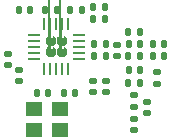
<source format=gbr>
%TF.GenerationSoftware,KiCad,Pcbnew,6.0.11-2627ca5db0~126~ubuntu22.04.1*%
%TF.CreationDate,2023-08-25T11:10:15+02:00*%
%TF.ProjectId,CC1101_868MHz_RF_Modul_FUEL4EP,43433131-3031-45f3-9836-384d487a5f52,1.0*%
%TF.SameCoordinates,Original*%
%TF.FileFunction,Paste,Top*%
%TF.FilePolarity,Positive*%
%FSLAX46Y46*%
G04 Gerber Fmt 4.6, Leading zero omitted, Abs format (unit mm)*
G04 Created by KiCad (PCBNEW 6.0.11-2627ca5db0~126~ubuntu22.04.1) date 2023-08-25 11:10:15*
%MOMM*%
%LPD*%
G01*
G04 APERTURE LIST*
G04 Aperture macros list*
%AMRoundRect*
0 Rectangle with rounded corners*
0 $1 Rounding radius*
0 $2 $3 $4 $5 $6 $7 $8 $9 X,Y pos of 4 corners*
0 Add a 4 corners polygon primitive as box body*
4,1,4,$2,$3,$4,$5,$6,$7,$8,$9,$2,$3,0*
0 Add four circle primitives for the rounded corners*
1,1,$1+$1,$2,$3*
1,1,$1+$1,$4,$5*
1,1,$1+$1,$6,$7*
1,1,$1+$1,$8,$9*
0 Add four rect primitives between the rounded corners*
20,1,$1+$1,$2,$3,$4,$5,0*
20,1,$1+$1,$4,$5,$6,$7,0*
20,1,$1+$1,$6,$7,$8,$9,0*
20,1,$1+$1,$8,$9,$2,$3,0*%
%AMFreePoly0*
4,1,57,0.212378,0.420986,0.217091,0.421320,0.219625,0.419936,0.226195,0.418983,0.252737,0.401845,0.280456,0.386701,0.386701,0.280456,0.400367,0.262155,0.403938,0.259056,0.404751,0.256283,0.408722,0.250966,0.415371,0.220084,0.424264,0.189771,0.424264,-0.189771,0.420986,-0.212378,0.421320,-0.217092,0.419935,-0.219626,0.418983,-0.226195,0.401847,-0.252734,0.386701,-0.280456,
0.280456,-0.386701,0.262155,-0.400367,0.259056,-0.403938,0.256283,-0.404751,0.250966,-0.408722,0.220084,-0.415371,0.189771,-0.424264,-0.189771,-0.424264,-0.212378,-0.420986,-0.217092,-0.421320,-0.219626,-0.419935,-0.226195,-0.418983,-0.252734,-0.401847,-0.280456,-0.386701,-0.386701,-0.280456,-0.400367,-0.262155,-0.403938,-0.259056,-0.404751,-0.256283,-0.408722,-0.250966,-0.415371,-0.220084,
-0.424264,-0.189771,-0.424264,0.189771,-0.420986,0.212378,-0.421320,0.217091,-0.419936,0.219625,-0.418983,0.226195,-0.401845,0.252737,-0.386701,0.280456,-0.280456,0.386701,-0.262155,0.400367,-0.259056,0.403938,-0.256283,0.404751,-0.250966,0.408722,-0.220084,0.415371,-0.189771,0.424264,0.189771,0.424264,0.212378,0.420986,0.212378,0.420986,$1*%
G04 Aperture macros list end*
%ADD10RoundRect,0.147500X-0.147500X-0.172500X0.147500X-0.172500X0.147500X0.172500X-0.147500X0.172500X0*%
%ADD11RoundRect,0.140000X0.140000X0.170000X-0.140000X0.170000X-0.140000X-0.170000X0.140000X-0.170000X0*%
%ADD12RoundRect,0.147500X-0.172500X0.147500X-0.172500X-0.147500X0.172500X-0.147500X0.172500X0.147500X0*%
%ADD13RoundRect,0.140000X-0.140000X-0.170000X0.140000X-0.170000X0.140000X0.170000X-0.140000X0.170000X0*%
%ADD14RoundRect,0.140000X0.170000X-0.140000X0.170000X0.140000X-0.170000X0.140000X-0.170000X-0.140000X0*%
%ADD15RoundRect,0.140000X-0.170000X0.140000X-0.170000X-0.140000X0.170000X-0.140000X0.170000X0.140000X0*%
%ADD16RoundRect,0.135000X0.135000X0.185000X-0.135000X0.185000X-0.135000X-0.185000X0.135000X-0.185000X0*%
%ADD17R,1.400000X1.200000*%
%ADD18FreePoly0,0.000000*%
%ADD19RoundRect,0.062500X-0.425000X-0.062500X0.425000X-0.062500X0.425000X0.062500X-0.425000X0.062500X0*%
%ADD20RoundRect,0.062500X-0.062500X-0.425000X0.062500X-0.425000X0.062500X0.425000X-0.062500X0.425000X0*%
G04 APERTURE END LIST*
D10*
%TO.C,L1*%
X11794000Y8892800D03*
X12764000Y8892800D03*
%TD*%
D11*
%TO.C,C14*%
X8608000Y11811000D03*
X7648000Y11811000D03*
%TD*%
D12*
%TO.C,L7*%
X15189200Y2618600D03*
X15189200Y1648600D03*
%TD*%
D10*
%TO.C,L3*%
X14695600Y6731400D03*
X15665600Y6731400D03*
%TD*%
%TO.C,L2*%
X11794000Y7902800D03*
X12764000Y7902800D03*
%TD*%
D11*
%TO.C,C5*%
X17704200Y7925200D03*
X16744200Y7925200D03*
%TD*%
D13*
%TO.C,C3*%
X14680600Y5613800D03*
X15640600Y5613800D03*
%TD*%
D12*
%TO.C,L6*%
X17141800Y6556000D03*
X17141800Y5586000D03*
%TD*%
D14*
%TO.C,C2*%
X13729000Y7904800D03*
X13729000Y8864800D03*
%TD*%
%TO.C,C7*%
X16256000Y3076000D03*
X16256000Y4036000D03*
%TD*%
D15*
%TO.C,C16*%
X5435600Y6728400D03*
X5435600Y5768400D03*
%TD*%
D16*
%TO.C,R1*%
X10797000Y11811000D03*
X9777000Y11811000D03*
%TD*%
D15*
%TO.C,C15*%
X11692800Y5814000D03*
X11692800Y4854000D03*
%TD*%
%TO.C,C17*%
X12801600Y5814000D03*
X12801600Y4854000D03*
%TD*%
D10*
%TO.C,L4*%
X14695600Y8966600D03*
X15665600Y8966600D03*
%TD*%
D17*
%TO.C,Y1*%
X6723200Y1690000D03*
X8923200Y1690000D03*
X8923200Y3390000D03*
X6723200Y3390000D03*
%TD*%
D15*
%TO.C,C13*%
X4470400Y8113600D03*
X4470400Y7153600D03*
%TD*%
D13*
%TO.C,C10*%
X5393000Y11811000D03*
X6353000Y11811000D03*
%TD*%
%TO.C,C4*%
X14680600Y7899800D03*
X15640600Y7899800D03*
%TD*%
%TO.C,C12*%
X11712000Y12090400D03*
X12672000Y12090400D03*
%TD*%
D10*
%TO.C,L5*%
X16759200Y8941200D03*
X17729200Y8941200D03*
%TD*%
D13*
%TO.C,C11*%
X11712000Y11023600D03*
X12672000Y11023600D03*
%TD*%
%TO.C,C8*%
X6936800Y4826000D03*
X7896800Y4826000D03*
%TD*%
%TO.C,C1*%
X14680600Y9982600D03*
X15640600Y9982600D03*
%TD*%
D14*
%TO.C,C6*%
X15189200Y3634800D03*
X15189200Y4594800D03*
%TD*%
D11*
%TO.C,C9*%
X10205000Y4801000D03*
X9245000Y4801000D03*
%TD*%
D18*
%TO.C,U1*%
X8104000Y9177800D03*
X9054000Y9177800D03*
X8104000Y8227800D03*
X9054000Y8227800D03*
D19*
X6691500Y9702800D03*
X6691500Y9202800D03*
X6691500Y8702800D03*
X6691500Y8202800D03*
X6691500Y7702800D03*
D20*
X7579000Y6815300D03*
X8079000Y6815300D03*
X8579000Y6815300D03*
X9079000Y6815300D03*
X9579000Y6815300D03*
D19*
X10466500Y7702800D03*
X10466500Y8202800D03*
X10466500Y8702800D03*
X10466500Y9202800D03*
X10466500Y9702800D03*
D20*
X9579000Y10590300D03*
X9079000Y10590300D03*
X8579000Y10590300D03*
X8079000Y10590300D03*
X7579000Y10590300D03*
%TD*%
M02*

</source>
